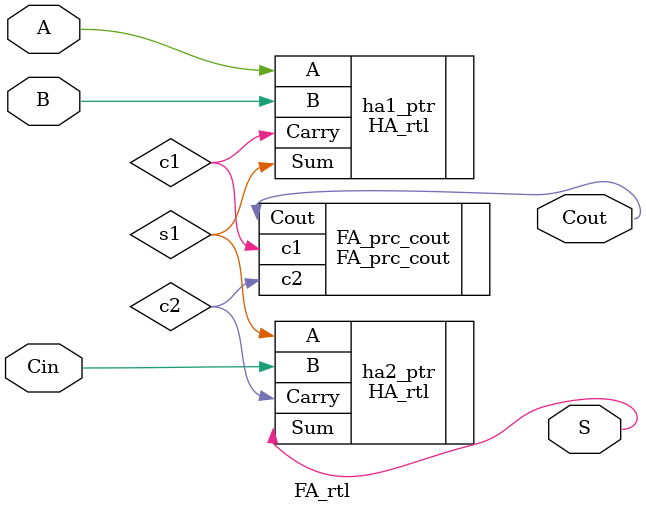
<source format=v>
module FA_rtl(A, B, Cin, S, Cout);
  input A;
  input B;
  input Cin;
  output S;
  output Cout;
  wire c1;
  wire s1;
  wire c2;

  HA_rtl ha1_ptr(.A(A), .B(B), .Sum(s1), .Carry(c1));
  HA_rtl ha2_ptr(.A(s1), .B(Cin), .Sum(S), .Carry(c2));
  FA_prc_cout FA_prc_cout(.c1(c1), .c2(c2), .Cout(Cout));
endmodule



</source>
